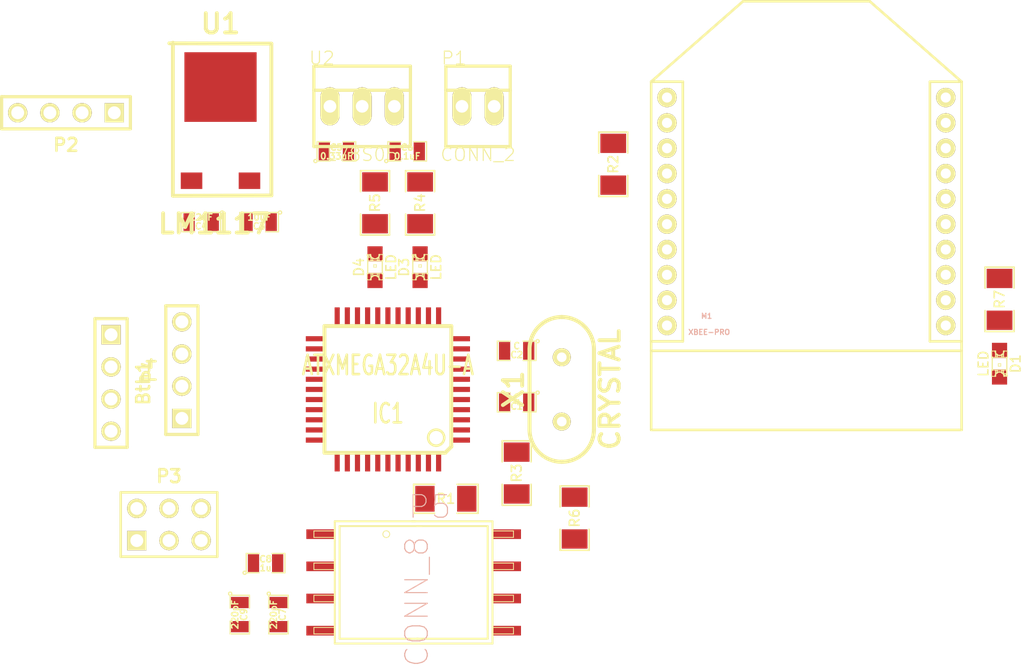
<source format=kicad_pcb>
(kicad_pcb (version 3) (host pcbnew "(2013-07-07 BZR 4022)-stable")

  (general
    (links 76)
    (no_connects 76)
    (area 0 0 0 0)
    (thickness 1.6)
    (drawings 0)
    (tracks 0)
    (zones 0)
    (modules 30)
    (nets 29)
  )

  (page A3)
  (layers
    (15 F.Cu signal)
    (0 B.Cu signal)
    (16 B.Adhes user)
    (17 F.Adhes user)
    (18 B.Paste user)
    (19 F.Paste user)
    (20 B.SilkS user)
    (21 F.SilkS user)
    (22 B.Mask user)
    (23 F.Mask user)
    (24 Dwgs.User user)
    (25 Cmts.User user)
    (26 Eco1.User user)
    (27 Eco2.User user)
    (28 Edge.Cuts user)
  )

  (setup
    (last_trace_width 0.254)
    (trace_clearance 0.254)
    (zone_clearance 0.508)
    (zone_45_only no)
    (trace_min 0.254)
    (segment_width 0.2)
    (edge_width 0.1)
    (via_size 0.889)
    (via_drill 0.635)
    (via_min_size 0.889)
    (via_min_drill 0.508)
    (uvia_size 0.508)
    (uvia_drill 0.127)
    (uvias_allowed no)
    (uvia_min_size 0.508)
    (uvia_min_drill 0.127)
    (pcb_text_width 0.3)
    (pcb_text_size 1.5 1.5)
    (mod_edge_width 0.15)
    (mod_text_size 1 1)
    (mod_text_width 0.15)
    (pad_size 0.762 2.46126)
    (pad_drill 0)
    (pad_to_mask_clearance 0)
    (aux_axis_origin 0 0)
    (visible_elements FFFFFFBF)
    (pcbplotparams
      (layerselection 3178497)
      (usegerberextensions true)
      (excludeedgelayer true)
      (linewidth 0.150000)
      (plotframeref false)
      (viasonmask false)
      (mode 1)
      (useauxorigin false)
      (hpglpennumber 1)
      (hpglpenspeed 20)
      (hpglpendiameter 15)
      (hpglpenoverlay 2)
      (psnegative false)
      (psa4output false)
      (plotreference true)
      (plotvalue true)
      (plotothertext true)
      (plotinvisibletext false)
      (padsonsilk false)
      (subtractmaskfromsilk false)
      (outputformat 1)
      (mirror false)
      (drillshape 1)
      (scaleselection 1)
      (outputdirectory ""))
  )

  (net 0 "")
  (net 1 +5V)
  (net 2 /IGN_0)
  (net 3 /IGN_1)
  (net 4 /IGN_2)
  (net 5 /IN_PRESION)
  (net 6 /MISO)
  (net 7 /MOSI)
  (net 8 /RST)
  (net 9 /RX0)
  (net 10 /RX1)
  (net 11 /SCL)
  (net 12 /SCLK)
  (net 13 /SDA)
  (net 14 /TX0)
  (net 15 /TX1)
  (net 16 GND)
  (net 17 N-0000010)
  (net 18 N-0000012)
  (net 19 N-0000018)
  (net 20 N-0000019)
  (net 21 N-0000020)
  (net 22 N-0000021)
  (net 23 N-0000025)
  (net 24 N-0000026)
  (net 25 N-0000045)
  (net 26 N-0000046)
  (net 27 N-0000047)
  (net 28 VCC)

  (net_class Default "This is the default net class."
    (clearance 0.254)
    (trace_width 0.254)
    (via_dia 0.889)
    (via_drill 0.635)
    (uvia_dia 0.508)
    (uvia_drill 0.127)
    (add_net "")
    (add_net +5V)
    (add_net /IGN_0)
    (add_net /IGN_1)
    (add_net /IGN_2)
    (add_net /IN_PRESION)
    (add_net /MISO)
    (add_net /MOSI)
    (add_net /RST)
    (add_net /RX0)
    (add_net /RX1)
    (add_net /SCL)
    (add_net /SCLK)
    (add_net /SDA)
    (add_net /TX0)
    (add_net /TX1)
    (add_net GND)
    (add_net N-0000010)
    (add_net N-0000012)
    (add_net N-0000018)
    (add_net N-0000019)
    (add_net N-0000020)
    (add_net N-0000021)
    (add_net N-0000025)
    (add_net N-0000026)
    (add_net N-0000045)
    (add_net N-0000046)
    (add_net N-0000047)
    (add_net VCC)
  )

  (module SparkFun-SO08-GW (layer F.Cu) (tedit 538AB079) (tstamp 538AB001)
    (at 209.804 136.144 270)
    (descr "SMALL OUTLINE PACKAGE, GULL WING")
    (tags "SMALL OUTLINE PACKAGE, GULL WING")
    (path /538A1558)
    (attr smd)
    (fp_text reference P5 (at -5.969 -1.27 360) (layer B.SilkS)
      (effects (font (size 1.778 1.778) (thickness 0.0889)))
    )
    (fp_text value CONN_8 (at 1.524 -0.254 270) (layer B.SilkS)
      (effects (font (size 1.778 1.778) (thickness 0.0889)))
    )
    (fp_line (start 4.826 6.223) (end 4.826 5.969) (layer F.SilkS) (width 0.15))
    (fp_line (start -4.826 -0.127) (end -4.826 6.223) (layer F.SilkS) (width 0.15))
    (fp_line (start -4.445 5.842) (end -4.445 -0.635) (layer F.SilkS) (width 0.15))
    (fp_line (start 4.445 -0.381) (end 4.445 5.842) (layer F.SilkS) (width 0.15))
    (fp_line (start 4.826 6.096) (end 4.826 -0.254) (layer F.SilkS) (width 0.15))
    (fp_line (start -4.064 7.874) (end -3.556 7.874) (layer F.SilkS) (width 0.06604))
    (fp_line (start -3.556 7.874) (end -3.556 6.223) (layer F.SilkS) (width 0.06604))
    (fp_line (start -4.064 6.223) (end -3.556 6.223) (layer F.SilkS) (width 0.06604))
    (fp_line (start -4.064 7.874) (end -4.064 6.223) (layer F.SilkS) (width 0.06604))
    (fp_line (start -1.524 7.874) (end -1.016 7.874) (layer F.SilkS) (width 0.06604))
    (fp_line (start -1.016 7.874) (end -1.016 6.223) (layer F.SilkS) (width 0.06604))
    (fp_line (start -1.524 6.223) (end -1.016 6.223) (layer F.SilkS) (width 0.06604))
    (fp_line (start -1.524 7.874) (end -1.524 6.223) (layer F.SilkS) (width 0.06604))
    (fp_line (start 1.016 7.874) (end 1.524 7.874) (layer F.SilkS) (width 0.06604))
    (fp_line (start 1.524 7.874) (end 1.524 6.223) (layer F.SilkS) (width 0.06604))
    (fp_line (start 1.016 6.223) (end 1.524 6.223) (layer F.SilkS) (width 0.06604))
    (fp_line (start 1.016 7.874) (end 1.016 6.223) (layer F.SilkS) (width 0.06604))
    (fp_line (start 3.556 7.874) (end 4.064 7.874) (layer F.SilkS) (width 0.06604))
    (fp_line (start 4.064 7.874) (end 4.064 6.223) (layer F.SilkS) (width 0.06604))
    (fp_line (start 3.556 6.223) (end 4.064 6.223) (layer F.SilkS) (width 0.06604))
    (fp_line (start 3.556 7.874) (end 3.556 6.223) (layer F.SilkS) (width 0.06604))
    (fp_line (start -4.064 -6.223) (end -3.556 -6.223) (layer F.SilkS) (width 0.06604))
    (fp_line (start -3.556 -6.223) (end -3.556 -7.874) (layer F.SilkS) (width 0.06604))
    (fp_line (start -4.064 -7.874) (end -3.556 -7.874) (layer F.SilkS) (width 0.06604))
    (fp_line (start -4.064 -6.223) (end -4.064 -7.874) (layer F.SilkS) (width 0.06604))
    (fp_line (start -1.524 -6.223) (end -1.016 -6.223) (layer F.SilkS) (width 0.06604))
    (fp_line (start -1.016 -6.223) (end -1.016 -7.874) (layer F.SilkS) (width 0.06604))
    (fp_line (start -1.524 -7.874) (end -1.016 -7.874) (layer F.SilkS) (width 0.06604))
    (fp_line (start -1.524 -6.223) (end -1.524 -7.874) (layer F.SilkS) (width 0.06604))
    (fp_line (start 1.016 -6.223) (end 1.524 -6.223) (layer F.SilkS) (width 0.06604))
    (fp_line (start 1.524 -6.223) (end 1.524 -7.874) (layer F.SilkS) (width 0.06604))
    (fp_line (start 1.016 -7.874) (end 1.524 -7.874) (layer F.SilkS) (width 0.06604))
    (fp_line (start 1.016 -6.223) (end 1.016 -7.874) (layer F.SilkS) (width 0.06604))
    (fp_line (start 3.556 -6.223) (end 4.064 -6.223) (layer F.SilkS) (width 0.06604))
    (fp_line (start 4.064 -6.223) (end 4.064 -7.874) (layer F.SilkS) (width 0.06604))
    (fp_line (start 3.556 -7.874) (end 4.064 -7.874) (layer F.SilkS) (width 0.06604))
    (fp_line (start 3.556 -6.223) (end 3.556 -7.874) (layer F.SilkS) (width 0.06604))
    (fp_line (start -4.318 6.223) (end -3.302 6.223) (layer F.SilkS) (width 0.1524))
    (fp_line (start 4.826 0.127) (end 4.826 -6.223) (layer F.SilkS) (width 0.1524))
    (fp_line (start -3.302 -6.223) (end -4.318 -6.223) (layer F.SilkS) (width 0.1524))
    (fp_line (start -4.826 -6.223) (end -4.826 0.127) (layer F.SilkS) (width 0.1524))
    (fp_line (start -4.445 -5.842) (end 4.445 -5.842) (layer F.SilkS) (width 0.1524))
    (fp_line (start 4.445 -5.842) (end 4.445 -0.254) (layer F.SilkS) (width 0.1524))
    (fp_line (start 4.445 5.842) (end -4.445 5.842) (layer F.SilkS) (width 0.1524))
    (fp_line (start -4.445 -0.254) (end -4.445 -5.842) (layer F.SilkS) (width 0.1524))
    (fp_line (start -4.318 -6.223) (end -4.826 -6.223) (layer F.SilkS) (width 0.1524))
    (fp_line (start -4.826 6.223) (end -4.318 6.223) (layer F.SilkS) (width 0.1524))
    (fp_line (start -3.302 6.223) (end -1.778 6.223) (layer F.SilkS) (width 0.1524))
    (fp_line (start -1.778 6.223) (end -0.762 6.223) (layer F.SilkS) (width 0.1524))
    (fp_line (start -0.762 6.223) (end 0.762 6.223) (layer F.SilkS) (width 0.1524))
    (fp_line (start 0.762 6.223) (end 1.778 6.223) (layer F.SilkS) (width 0.1524))
    (fp_line (start 1.778 6.223) (end 3.302 6.223) (layer F.SilkS) (width 0.1524))
    (fp_line (start 3.302 6.223) (end 4.318 6.223) (layer F.SilkS) (width 0.1524))
    (fp_line (start 4.318 6.223) (end 4.826 6.223) (layer F.SilkS) (width 0.1524))
    (fp_line (start -1.778 -6.223) (end -3.302 -6.223) (layer F.SilkS) (width 0.1524))
    (fp_line (start -0.762 -6.223) (end -1.778 -6.223) (layer F.SilkS) (width 0.1524))
    (fp_line (start 0.762 -6.223) (end -0.762 -6.223) (layer F.SilkS) (width 0.1524))
    (fp_line (start 1.778 -6.223) (end 0.762 -6.223) (layer F.SilkS) (width 0.1524))
    (fp_line (start 3.302 -6.223) (end 1.778 -6.223) (layer F.SilkS) (width 0.1524))
    (fp_line (start 4.318 -6.223) (end 3.302 -6.223) (layer F.SilkS) (width 0.1524))
    (fp_line (start 4.826 -6.223) (end 4.318 -6.223) (layer F.SilkS) (width 0.1524))
    (fp_circle (center -3.81 2.159) (end -4.0005 2.3495) (layer F.SilkS) (width 0.0762))
    (pad 1 smd rect (at -3.81 7.366 270) (size 0.762 2.20726)
      (layers F.Cu F.Paste F.Mask)
    )
    (pad 2 smd rect (at -1.27 7.366 270) (size 0.762 2.20726)
      (layers F.Cu F.Paste F.Mask)
      (net 1 +5V)
    )
    (pad 3 smd rect (at 1.27 7.366 270) (size 0.762 2.20726)
      (layers F.Cu F.Paste F.Mask)
      (net 16 GND)
    )
    (pad 4 smd rect (at 3.81 7.366 270) (size 0.762 2.20726)
      (layers F.Cu F.Paste F.Mask)
      (net 19 N-0000018)
    )
    (pad 5 smd rect (at 3.81 -7.366 270) (size 0.762 2.20726)
      (layers F.Cu F.Paste F.Mask)
    )
    (pad 6 smd rect (at 1.27 -7.366 270) (size 0.762 2.20726)
      (layers F.Cu F.Paste F.Mask)
    )
    (pad 7 smd rect (at -1.27 -7.366 270) (size 0.762 2.20726)
      (layers F.Cu F.Paste F.Mask)
    )
    (pad 8 smd rect (at -3.81 -7.366 270) (size 0.762 2.20726)
      (layers F.Cu F.Paste F.Mask)
    )
  )

  (module TQFP44 (layer F.Cu) (tedit 200000) (tstamp 538AAF88)
    (at 207.772 120.904 180)
    (path /53893801)
    (attr smd)
    (fp_text reference IC1 (at 0 -1.905 180) (layer F.SilkS)
      (effects (font (size 1.524 1.016) (thickness 0.2032)))
    )
    (fp_text value ATXMEGA32A4U-A (at 0 1.905 180) (layer F.SilkS)
      (effects (font (size 1.524 1.016) (thickness 0.2032)))
    )
    (fp_line (start 5.0038 -5.0038) (end 5.0038 5.0038) (layer F.SilkS) (width 0.3048))
    (fp_line (start 5.0038 5.0038) (end -5.0038 5.0038) (layer F.SilkS) (width 0.3048))
    (fp_line (start -5.0038 -4.5212) (end -5.0038 5.0038) (layer F.SilkS) (width 0.3048))
    (fp_line (start -4.5212 -5.0038) (end 5.0038 -5.0038) (layer F.SilkS) (width 0.3048))
    (fp_line (start -5.0038 -4.5212) (end -4.5212 -5.0038) (layer F.SilkS) (width 0.3048))
    (fp_circle (center -3.81 -3.81) (end -3.81 -3.175) (layer F.SilkS) (width 0.2032))
    (pad 39 smd rect (at 0 -5.715 180) (size 0.4064 1.524)
      (layers F.Cu F.Paste F.Mask)
      (net 28 VCC)
    )
    (pad 40 smd rect (at -0.8001 -5.715 180) (size 0.4064 1.524)
      (layers F.Cu F.Paste F.Mask)
      (net 28 VCC)
    )
    (pad 41 smd rect (at -1.6002 -5.715 180) (size 0.4064 1.524)
      (layers F.Cu F.Paste F.Mask)
      (net 5 /IN_PRESION)
    )
    (pad 42 smd rect (at -2.4003 -5.715 180) (size 0.4064 1.524)
      (layers F.Cu F.Paste F.Mask)
      (net 5 /IN_PRESION)
    )
    (pad 43 smd rect (at -3.2004 -5.715 180) (size 0.4064 1.524)
      (layers F.Cu F.Paste F.Mask)
    )
    (pad 44 smd rect (at -4.0005 -5.715 180) (size 0.4064 1.524)
      (layers F.Cu F.Paste F.Mask)
    )
    (pad 38 smd rect (at 0.8001 -5.715 180) (size 0.4064 1.524)
      (layers F.Cu F.Paste F.Mask)
      (net 16 GND)
    )
    (pad 37 smd rect (at 1.6002 -5.715 180) (size 0.4064 1.524)
      (layers F.Cu F.Paste F.Mask)
      (net 25 N-0000045)
    )
    (pad 36 smd rect (at 2.4003 -5.715 180) (size 0.4064 1.524)
      (layers F.Cu F.Paste F.Mask)
      (net 26 N-0000046)
    )
    (pad 35 smd rect (at 3.2004 -5.715 180) (size 0.4064 1.524)
      (layers F.Cu F.Paste F.Mask)
      (net 8 /RST)
    )
    (pad 34 smd rect (at 4.0005 -5.715 180) (size 0.4064 1.524)
      (layers F.Cu F.Paste F.Mask)
    )
    (pad 17 smd rect (at 0 5.715 180) (size 0.4064 1.524)
      (layers F.Cu F.Paste F.Mask)
      (net 15 /TX1)
    )
    (pad 16 smd rect (at -0.8001 5.715 180) (size 0.4064 1.524)
      (layers F.Cu F.Paste F.Mask)
      (net 10 /RX1)
    )
    (pad 15 smd rect (at -1.6002 5.715 180) (size 0.4064 1.524)
      (layers F.Cu F.Paste F.Mask)
    )
    (pad 14 smd rect (at -2.4003 5.715 180) (size 0.4064 1.524)
      (layers F.Cu F.Paste F.Mask)
    )
    (pad 13 smd rect (at -3.2004 5.715 180) (size 0.4064 1.524)
      (layers F.Cu F.Paste F.Mask)
      (net 14 /TX0)
    )
    (pad 12 smd rect (at -4.0005 5.715 180) (size 0.4064 1.524)
      (layers F.Cu F.Paste F.Mask)
      (net 9 /RX0)
    )
    (pad 18 smd rect (at 0.8001 5.715 180) (size 0.4064 1.524)
      (layers F.Cu F.Paste F.Mask)
      (net 16 GND)
    )
    (pad 19 smd rect (at 1.6002 5.715 180) (size 0.4064 1.524)
      (layers F.Cu F.Paste F.Mask)
      (net 28 VCC)
    )
    (pad 20 smd rect (at 2.4003 5.715 180) (size 0.4064 1.524)
      (layers F.Cu F.Paste F.Mask)
      (net 2 /IGN_0)
    )
    (pad 21 smd rect (at 3.2004 5.715 180) (size 0.4064 1.524)
      (layers F.Cu F.Paste F.Mask)
      (net 3 /IGN_1)
    )
    (pad 22 smd rect (at 4.0005 5.715 180) (size 0.4064 1.524)
      (layers F.Cu F.Paste F.Mask)
      (net 4 /IGN_2)
    )
    (pad 6 smd rect (at -5.715 0 180) (size 1.524 0.4064)
      (layers F.Cu F.Paste F.Mask)
    )
    (pad 28 smd rect (at 5.715 0 180) (size 1.524 0.4064)
      (layers F.Cu F.Paste F.Mask)
    )
    (pad 7 smd rect (at -5.715 0.8001 180) (size 1.524 0.4064)
      (layers F.Cu F.Paste F.Mask)
    )
    (pad 27 smd rect (at 5.715 0.8001 180) (size 1.524 0.4064)
      (layers F.Cu F.Paste F.Mask)
      (net 12 /SCLK)
    )
    (pad 26 smd rect (at 5.715 1.6002 180) (size 1.524 0.4064)
      (layers F.Cu F.Paste F.Mask)
      (net 6 /MISO)
    )
    (pad 8 smd rect (at -5.715 1.6002 180) (size 1.524 0.4064)
      (layers F.Cu F.Paste F.Mask)
      (net 16 GND)
    )
    (pad 9 smd rect (at -5.715 2.4003 180) (size 1.524 0.4064)
      (layers F.Cu F.Paste F.Mask)
      (net 28 VCC)
    )
    (pad 25 smd rect (at 5.715 2.4003 180) (size 1.524 0.4064)
      (layers F.Cu F.Paste F.Mask)
      (net 7 /MOSI)
    )
    (pad 24 smd rect (at 5.715 3.2004 180) (size 1.524 0.4064)
      (layers F.Cu F.Paste F.Mask)
    )
    (pad 10 smd rect (at -5.715 3.2004 180) (size 1.524 0.4064)
      (layers F.Cu F.Paste F.Mask)
      (net 13 /SDA)
    )
    (pad 11 smd rect (at -5.715 4.0005 180) (size 1.524 0.4064)
      (layers F.Cu F.Paste F.Mask)
      (net 11 /SCL)
    )
    (pad 23 smd rect (at 5.715 4.0005 180) (size 1.524 0.4064)
      (layers F.Cu F.Paste F.Mask)
    )
    (pad 29 smd rect (at 5.715 -0.8001 180) (size 1.524 0.4064)
      (layers F.Cu F.Paste F.Mask)
    )
    (pad 5 smd rect (at -5.715 -0.8001 180) (size 1.524 0.4064)
      (layers F.Cu F.Paste F.Mask)
      (net 17 N-0000010)
    )
    (pad 4 smd rect (at -5.715 -1.6002 180) (size 1.524 0.4064)
      (layers F.Cu F.Paste F.Mask)
      (net 24 N-0000026)
    )
    (pad 30 smd rect (at 5.715 -1.6002 180) (size 1.524 0.4064)
      (layers F.Cu F.Paste F.Mask)
      (net 16 GND)
    )
    (pad 31 smd rect (at 5.715 -2.4003 180) (size 1.524 0.4064)
      (layers F.Cu F.Paste F.Mask)
      (net 28 VCC)
    )
    (pad 3 smd rect (at -5.715 -2.4003 180) (size 1.524 0.4064)
      (layers F.Cu F.Paste F.Mask)
    )
    (pad 2 smd rect (at -5.715 -3.2004 180) (size 1.524 0.4064)
      (layers F.Cu F.Paste F.Mask)
    )
    (pad 32 smd rect (at 5.715 -3.2004 180) (size 1.524 0.4064)
      (layers F.Cu F.Paste F.Mask)
    )
    (pad 33 smd rect (at 5.715 -4.0005 180) (size 1.524 0.4064)
      (layers F.Cu F.Paste F.Mask)
    )
    (pad 1 smd rect (at -5.715 -4.0005 180) (size 1.524 0.4064)
      (layers F.Cu F.Paste F.Mask)
    )
  )

  (module TO-252 (layer F.Cu) (tedit 509132AE) (tstamp 538AAF93)
    (at 194.564 97.028)
    (path /5389D5A6)
    (fp_text reference U1 (at 0 -5.00126) (layer F.SilkS)
      (effects (font (size 1.524 1.524) (thickness 0.3048)))
    )
    (fp_text value LM1117 (at -0.50038 10.80008) (layer F.SilkS)
      (effects (font (size 1.524 1.524) (thickness 0.3048)))
    )
    (fp_line (start -4.0386 -3.4544) (end 4.0132 -3.429) (layer F.SilkS) (width 0.29972))
    (fp_line (start 4.0132 -3.429) (end 4.0132 8.5598) (layer F.SilkS) (width 0.29972))
    (fp_line (start 4.0132 8.5598) (end -3.7592 8.5852) (layer F.SilkS) (width 0.29972))
    (fp_line (start -3.7592 8.5852) (end -3.7592 -3.5052) (layer F.SilkS) (width 0.29972))
    (pad 2 smd rect (at 0 0 90) (size 5.4991 5.69976)
      (layers F.Cu F.Paste F.Mask)
      (net 28 VCC)
    )
    (pad 1 smd rect (at -2.286 7.39902 90) (size 1.30048 1.69926)
      (layers F.Cu F.Paste F.Mask)
      (net 16 GND)
    )
    (pad 3 smd rect (at 2.286 7.39902 90) (size 1.30048 1.69926)
      (layers F.Cu F.Paste F.Mask)
      (net 27 N-0000047)
    )
  )

  (module SparkFun-XBEE-1 (layer F.Cu) (tedit 200000) (tstamp 538AAFBC)
    (at 240.792 117.856)
    (path /53893AFB)
    (attr virtual)
    (fp_text reference M1 (at -7.874 -2.7432) (layer B.SilkS)
      (effects (font (size 0.4064 0.4064) (thickness 0.0889)))
    )
    (fp_text value XBEE-PRO (at -7.6708 -1.4732) (layer B.SilkS)
      (effects (font (size 0.4064 0.4064) (thickness 0.0889)))
    )
    (fp_line (start -4.99872 -27.59964) (end 4.99872 -27.59964) (layer F.SilkS) (width 0.2032))
    (fp_line (start -12.24788 -21.24964) (end -4.99872 -27.59964) (layer F.SilkS) (width 0.2032))
    (fp_line (start 12.24788 -21.24964) (end 4.99872 -27.59964) (layer F.SilkS) (width 0.2032))
    (fp_line (start 9.74852 -21.24964) (end 12.24788 -21.24964) (layer F.SilkS) (width 0.2032))
    (fp_line (start 12.24788 -21.24964) (end 12.24788 -0.7493) (layer F.SilkS) (width 0.2032))
    (fp_line (start 12.24788 -0.7493) (end 9.74852 -0.7493) (layer F.SilkS) (width 0.2032))
    (fp_line (start 9.74852 -21.24964) (end 9.74852 -0.7493) (layer F.SilkS) (width 0.2032))
    (fp_line (start -9.74852 -21.24964) (end -12.24788 -21.24964) (layer F.SilkS) (width 0.2032))
    (fp_line (start -12.24788 -21.24964) (end -12.24788 -0.7493) (layer F.SilkS) (width 0.2032))
    (fp_line (start -12.24788 -0.7493) (end -9.74852 -0.7493) (layer F.SilkS) (width 0.2032))
    (fp_line (start -9.74852 -21.24964) (end -9.74852 -0.7493) (layer F.SilkS) (width 0.2032))
    (fp_line (start -12.24788 -0.7493) (end -12.24788 0) (layer F.SilkS) (width 0.2032))
    (fp_line (start 12.24788 -0.7493) (end 12.24788 0) (layer F.SilkS) (width 0.2032))
    (fp_line (start -12.24788 0) (end 12.24788 0) (layer F.SilkS) (width 0.2032))
    (fp_line (start 12.24788 0) (end 12.24788 6.2484) (layer F.SilkS) (width 0.2032))
    (fp_line (start -12.24788 0) (end -12.24788 6.2484) (layer F.SilkS) (width 0.2032))
    (fp_line (start -12.24788 6.2484) (end 12.24788 6.2484) (layer F.SilkS) (width 0.2032))
    (pad 1 thru_hole circle (at -10.9982 -19.99996) (size 1.524 1.524) (drill 0.79756)
      (layers *.Cu F.Paste F.SilkS F.Mask)
      (net 28 VCC)
    )
    (pad 2 thru_hole circle (at -10.9982 -17.99844) (size 1.524 1.524) (drill 0.79756)
      (layers *.Cu F.Paste F.SilkS F.Mask)
      (net 9 /RX0)
    )
    (pad 3 thru_hole circle (at -10.9982 -15.99946) (size 1.524 1.524) (drill 0.79756)
      (layers *.Cu F.Paste F.SilkS F.Mask)
      (net 14 /TX0)
    )
    (pad 4 thru_hole circle (at -10.9982 -13.99794) (size 1.524 1.524) (drill 0.79756)
      (layers *.Cu F.Paste F.SilkS F.Mask)
    )
    (pad 5 thru_hole circle (at -10.9982 -11.99896) (size 1.524 1.524) (drill 0.79756)
      (layers *.Cu F.Paste F.SilkS F.Mask)
      (net 20 N-0000019)
    )
    (pad 6 thru_hole circle (at -10.9982 -9.99998) (size 1.524 1.524) (drill 0.79756)
      (layers *.Cu F.Paste F.SilkS F.Mask)
    )
    (pad 7 thru_hole circle (at -10.9982 -7.99846) (size 1.524 1.524) (drill 0.79756)
      (layers *.Cu F.Paste F.SilkS F.Mask)
    )
    (pad 8 thru_hole circle (at -10.9982 -5.99948) (size 1.524 1.524) (drill 0.79756)
      (layers *.Cu F.Paste F.SilkS F.Mask)
    )
    (pad 9 thru_hole circle (at -10.9982 -3.99796) (size 1.524 1.524) (drill 0.79756)
      (layers *.Cu F.Paste F.SilkS F.Mask)
    )
    (pad 10 thru_hole circle (at -10.9982 -1.99898) (size 1.524 1.524) (drill 0.79756)
      (layers *.Cu F.Paste F.SilkS F.Mask)
      (net 16 GND)
    )
    (pad 11 thru_hole circle (at 10.9982 -1.99898) (size 1.524 1.524) (drill 0.79756)
      (layers *.Cu F.Paste F.SilkS F.Mask)
    )
    (pad 12 thru_hole circle (at 10.9982 -3.99796) (size 1.524 1.524) (drill 0.79756)
      (layers *.Cu F.Paste F.SilkS F.Mask)
    )
    (pad 13 thru_hole circle (at 10.9982 -5.99948) (size 1.524 1.524) (drill 0.79756)
      (layers *.Cu F.Paste F.SilkS F.Mask)
      (net 21 N-0000020)
    )
    (pad 14 thru_hole circle (at 10.9982 -7.99846) (size 1.524 1.524) (drill 0.79756)
      (layers *.Cu F.Paste F.SilkS F.Mask)
      (net 28 VCC)
    )
    (pad 15 thru_hole circle (at 10.9982 -9.99998) (size 1.524 1.524) (drill 0.79756)
      (layers *.Cu F.Paste F.SilkS F.Mask)
    )
    (pad 16 thru_hole circle (at 10.9982 -11.99896) (size 1.524 1.524) (drill 0.79756)
      (layers *.Cu F.Paste F.SilkS F.Mask)
    )
    (pad 17 thru_hole circle (at 10.9982 -13.99794) (size 1.524 1.524) (drill 0.79756)
      (layers *.Cu F.Paste F.SilkS F.Mask)
    )
    (pad 18 thru_hole circle (at 10.9982 -15.99946) (size 1.524 1.524) (drill 0.79756)
      (layers *.Cu F.Paste F.SilkS F.Mask)
    )
    (pad 19 thru_hole circle (at 10.9982 -17.99844) (size 1.524 1.524) (drill 0.79756)
      (layers *.Cu F.Paste F.SilkS F.Mask)
    )
    (pad 20 thru_hole circle (at 10.9982 -19.99996) (size 1.524 1.524) (drill 0.79756)
      (layers *.Cu F.Paste F.SilkS F.Mask)
    )
  )

  (module SM1206 (layer F.Cu) (tedit 42806E24) (tstamp 538AB00D)
    (at 225.552 103.124 90)
    (path /53893B77)
    (attr smd)
    (fp_text reference R2 (at 0 0 90) (layer F.SilkS)
      (effects (font (size 0.762 0.762) (thickness 0.127)))
    )
    (fp_text value R (at 0 0 90) (layer F.SilkS) hide
      (effects (font (size 0.762 0.762) (thickness 0.127)))
    )
    (fp_line (start -2.54 -1.143) (end -2.54 1.143) (layer F.SilkS) (width 0.127))
    (fp_line (start -2.54 1.143) (end -0.889 1.143) (layer F.SilkS) (width 0.127))
    (fp_line (start 0.889 -1.143) (end 2.54 -1.143) (layer F.SilkS) (width 0.127))
    (fp_line (start 2.54 -1.143) (end 2.54 1.143) (layer F.SilkS) (width 0.127))
    (fp_line (start 2.54 1.143) (end 0.889 1.143) (layer F.SilkS) (width 0.127))
    (fp_line (start -0.889 -1.143) (end -2.54 -1.143) (layer F.SilkS) (width 0.127))
    (pad 1 smd rect (at -1.651 0 90) (size 1.524 2.032)
      (layers F.Cu F.Paste F.Mask)
      (net 20 N-0000019)
    )
    (pad 2 smd rect (at 1.651 0 90) (size 1.524 2.032)
      (layers F.Cu F.Paste F.Mask)
      (net 28 VCC)
    )
    (model smd/chip_cms.wrl
      (at (xyz 0 0 0))
      (scale (xyz 0.17 0.16 0.16))
      (rotate (xyz 0 0 0))
    )
  )

  (module SM1206 (layer F.Cu) (tedit 42806E24) (tstamp 538AB019)
    (at 256.032 113.792 270)
    (path /53893C7B)
    (attr smd)
    (fp_text reference R7 (at 0 0 270) (layer F.SilkS)
      (effects (font (size 0.762 0.762) (thickness 0.127)))
    )
    (fp_text value R (at 0 0 270) (layer F.SilkS) hide
      (effects (font (size 0.762 0.762) (thickness 0.127)))
    )
    (fp_line (start -2.54 -1.143) (end -2.54 1.143) (layer F.SilkS) (width 0.127))
    (fp_line (start -2.54 1.143) (end -0.889 1.143) (layer F.SilkS) (width 0.127))
    (fp_line (start 0.889 -1.143) (end 2.54 -1.143) (layer F.SilkS) (width 0.127))
    (fp_line (start 2.54 -1.143) (end 2.54 1.143) (layer F.SilkS) (width 0.127))
    (fp_line (start 2.54 1.143) (end 0.889 1.143) (layer F.SilkS) (width 0.127))
    (fp_line (start -0.889 -1.143) (end -2.54 -1.143) (layer F.SilkS) (width 0.127))
    (pad 1 smd rect (at -1.651 0 270) (size 1.524 2.032)
      (layers F.Cu F.Paste F.Mask)
      (net 21 N-0000020)
    )
    (pad 2 smd rect (at 1.651 0 270) (size 1.524 2.032)
      (layers F.Cu F.Paste F.Mask)
      (net 22 N-0000021)
    )
    (model smd/chip_cms.wrl
      (at (xyz 0 0 0))
      (scale (xyz 0.17 0.16 0.16))
      (rotate (xyz 0 0 0))
    )
  )

  (module SM1206 (layer F.Cu) (tedit 42806E24) (tstamp 538AB025)
    (at 212.344 129.54)
    (path /507A4063)
    (attr smd)
    (fp_text reference R1 (at 0 0) (layer F.SilkS)
      (effects (font (size 0.762 0.762) (thickness 0.127)))
    )
    (fp_text value R (at 0 0) (layer F.SilkS) hide
      (effects (font (size 0.762 0.762) (thickness 0.127)))
    )
    (fp_line (start -2.54 -1.143) (end -2.54 1.143) (layer F.SilkS) (width 0.127))
    (fp_line (start -2.54 1.143) (end -0.889 1.143) (layer F.SilkS) (width 0.127))
    (fp_line (start 0.889 -1.143) (end 2.54 -1.143) (layer F.SilkS) (width 0.127))
    (fp_line (start 2.54 -1.143) (end 2.54 1.143) (layer F.SilkS) (width 0.127))
    (fp_line (start 2.54 1.143) (end 0.889 1.143) (layer F.SilkS) (width 0.127))
    (fp_line (start -0.889 -1.143) (end -2.54 -1.143) (layer F.SilkS) (width 0.127))
    (pad 1 smd rect (at -1.651 0) (size 1.524 2.032)
      (layers F.Cu F.Paste F.Mask)
      (net 28 VCC)
    )
    (pad 2 smd rect (at 1.651 0) (size 1.524 2.032)
      (layers F.Cu F.Paste F.Mask)
      (net 8 /RST)
    )
    (model smd/chip_cms.wrl
      (at (xyz 0 0 0))
      (scale (xyz 0.17 0.16 0.16))
      (rotate (xyz 0 0 0))
    )
  )

  (module SM1206 (layer F.Cu) (tedit 42806E24) (tstamp 538AB031)
    (at 222.504 131.064 270)
    (path /538A86B4)
    (attr smd)
    (fp_text reference R6 (at 0 0 270) (layer F.SilkS)
      (effects (font (size 0.762 0.762) (thickness 0.127)))
    )
    (fp_text value 500 (at 0 0 270) (layer F.SilkS) hide
      (effects (font (size 0.762 0.762) (thickness 0.127)))
    )
    (fp_line (start -2.54 -1.143) (end -2.54 1.143) (layer F.SilkS) (width 0.127))
    (fp_line (start -2.54 1.143) (end -0.889 1.143) (layer F.SilkS) (width 0.127))
    (fp_line (start 0.889 -1.143) (end 2.54 -1.143) (layer F.SilkS) (width 0.127))
    (fp_line (start 2.54 -1.143) (end 2.54 1.143) (layer F.SilkS) (width 0.127))
    (fp_line (start 2.54 1.143) (end 0.889 1.143) (layer F.SilkS) (width 0.127))
    (fp_line (start -0.889 -1.143) (end -2.54 -1.143) (layer F.SilkS) (width 0.127))
    (pad 1 smd rect (at -1.651 0 270) (size 1.524 2.032)
      (layers F.Cu F.Paste F.Mask)
      (net 5 /IN_PRESION)
    )
    (pad 2 smd rect (at 1.651 0 270) (size 1.524 2.032)
      (layers F.Cu F.Paste F.Mask)
      (net 19 N-0000018)
    )
    (model smd/chip_cms.wrl
      (at (xyz 0 0 0))
      (scale (xyz 0.17 0.16 0.16))
      (rotate (xyz 0 0 0))
    )
  )

  (module SM1206 (layer F.Cu) (tedit 42806E24) (tstamp 538AB03D)
    (at 217.932 127.508 270)
    (path /538A86C3)
    (attr smd)
    (fp_text reference R3 (at 0 0 270) (layer F.SilkS)
      (effects (font (size 0.762 0.762) (thickness 0.127)))
    )
    (fp_text value 1K (at 0 0 270) (layer F.SilkS) hide
      (effects (font (size 0.762 0.762) (thickness 0.127)))
    )
    (fp_line (start -2.54 -1.143) (end -2.54 1.143) (layer F.SilkS) (width 0.127))
    (fp_line (start -2.54 1.143) (end -0.889 1.143) (layer F.SilkS) (width 0.127))
    (fp_line (start 0.889 -1.143) (end 2.54 -1.143) (layer F.SilkS) (width 0.127))
    (fp_line (start 2.54 -1.143) (end 2.54 1.143) (layer F.SilkS) (width 0.127))
    (fp_line (start 2.54 1.143) (end 0.889 1.143) (layer F.SilkS) (width 0.127))
    (fp_line (start -0.889 -1.143) (end -2.54 -1.143) (layer F.SilkS) (width 0.127))
    (pad 1 smd rect (at -1.651 0 270) (size 1.524 2.032)
      (layers F.Cu F.Paste F.Mask)
      (net 5 /IN_PRESION)
    )
    (pad 2 smd rect (at 1.651 0 270) (size 1.524 2.032)
      (layers F.Cu F.Paste F.Mask)
      (net 16 GND)
    )
    (model smd/chip_cms.wrl
      (at (xyz 0 0 0))
      (scale (xyz 0.17 0.16 0.16))
      (rotate (xyz 0 0 0))
    )
  )

  (module SM1206 (layer F.Cu) (tedit 42806E24) (tstamp 538AB049)
    (at 210.312 106.172 270)
    (path /507A4156)
    (attr smd)
    (fp_text reference R4 (at 0 0 270) (layer F.SilkS)
      (effects (font (size 0.762 0.762) (thickness 0.127)))
    )
    (fp_text value R (at 0 0 270) (layer F.SilkS) hide
      (effects (font (size 0.762 0.762) (thickness 0.127)))
    )
    (fp_line (start -2.54 -1.143) (end -2.54 1.143) (layer F.SilkS) (width 0.127))
    (fp_line (start -2.54 1.143) (end -0.889 1.143) (layer F.SilkS) (width 0.127))
    (fp_line (start 0.889 -1.143) (end 2.54 -1.143) (layer F.SilkS) (width 0.127))
    (fp_line (start 2.54 -1.143) (end 2.54 1.143) (layer F.SilkS) (width 0.127))
    (fp_line (start 2.54 1.143) (end 0.889 1.143) (layer F.SilkS) (width 0.127))
    (fp_line (start -0.889 -1.143) (end -2.54 -1.143) (layer F.SilkS) (width 0.127))
    (pad 1 smd rect (at -1.651 0 270) (size 1.524 2.032)
      (layers F.Cu F.Paste F.Mask)
      (net 16 GND)
    )
    (pad 2 smd rect (at 1.651 0 270) (size 1.524 2.032)
      (layers F.Cu F.Paste F.Mask)
      (net 18 N-0000012)
    )
    (model smd/chip_cms.wrl
      (at (xyz 0 0 0))
      (scale (xyz 0.17 0.16 0.16))
      (rotate (xyz 0 0 0))
    )
  )

  (module SM1206 (layer F.Cu) (tedit 42806E24) (tstamp 538AB055)
    (at 206.756 106.172 270)
    (path /507A415F)
    (attr smd)
    (fp_text reference R5 (at 0 0 270) (layer F.SilkS)
      (effects (font (size 0.762 0.762) (thickness 0.127)))
    )
    (fp_text value R (at 0 0 270) (layer F.SilkS) hide
      (effects (font (size 0.762 0.762) (thickness 0.127)))
    )
    (fp_line (start -2.54 -1.143) (end -2.54 1.143) (layer F.SilkS) (width 0.127))
    (fp_line (start -2.54 1.143) (end -0.889 1.143) (layer F.SilkS) (width 0.127))
    (fp_line (start 0.889 -1.143) (end 2.54 -1.143) (layer F.SilkS) (width 0.127))
    (fp_line (start 2.54 -1.143) (end 2.54 1.143) (layer F.SilkS) (width 0.127))
    (fp_line (start 2.54 1.143) (end 0.889 1.143) (layer F.SilkS) (width 0.127))
    (fp_line (start -0.889 -1.143) (end -2.54 -1.143) (layer F.SilkS) (width 0.127))
    (pad 1 smd rect (at -1.651 0 270) (size 1.524 2.032)
      (layers F.Cu F.Paste F.Mask)
      (net 16 GND)
    )
    (pad 2 smd rect (at 1.651 0 270) (size 1.524 2.032)
      (layers F.Cu F.Paste F.Mask)
      (net 23 N-0000025)
    )
    (model smd/chip_cms.wrl
      (at (xyz 0 0 0))
      (scale (xyz 0.17 0.16 0.16))
      (rotate (xyz 0 0 0))
    )
  )

  (module SM0805 (layer F.Cu) (tedit 5091495C) (tstamp 538AB062)
    (at 217.932 121.92 180)
    (path /507A40D6)
    (attr smd)
    (fp_text reference C1 (at 0 -0.3175 180) (layer F.SilkS)
      (effects (font (size 0.50038 0.50038) (thickness 0.10922)))
    )
    (fp_text value C (at 0 0.381 180) (layer F.SilkS)
      (effects (font (size 0.50038 0.50038) (thickness 0.10922)))
    )
    (fp_circle (center -1.651 0.762) (end -1.651 0.635) (layer F.SilkS) (width 0.09906))
    (fp_line (start -0.508 0.762) (end -1.524 0.762) (layer F.SilkS) (width 0.09906))
    (fp_line (start -1.524 0.762) (end -1.524 -0.762) (layer F.SilkS) (width 0.09906))
    (fp_line (start -1.524 -0.762) (end -0.508 -0.762) (layer F.SilkS) (width 0.09906))
    (fp_line (start 0.508 -0.762) (end 1.524 -0.762) (layer F.SilkS) (width 0.09906))
    (fp_line (start 1.524 -0.762) (end 1.524 0.762) (layer F.SilkS) (width 0.09906))
    (fp_line (start 1.524 0.762) (end 0.508 0.762) (layer F.SilkS) (width 0.09906))
    (pad 1 smd rect (at -0.9525 0 180) (size 0.889 1.397)
      (layers F.Cu F.Paste F.Mask)
      (net 26 N-0000046)
    )
    (pad 2 smd rect (at 0.9525 0 180) (size 0.889 1.397)
      (layers F.Cu F.Paste F.Mask)
      (net 16 GND)
    )
    (model smd/chip_cms.wrl
      (at (xyz 0 0 0))
      (scale (xyz 0.1 0.1 0.1))
      (rotate (xyz 0 0 0))
    )
  )

  (module SM0805 (layer F.Cu) (tedit 5091495C) (tstamp 538AB06F)
    (at 217.932 117.856 180)
    (path /507A40DA)
    (attr smd)
    (fp_text reference C2 (at 0 -0.3175 180) (layer F.SilkS)
      (effects (font (size 0.50038 0.50038) (thickness 0.10922)))
    )
    (fp_text value C (at 0 0.381 180) (layer F.SilkS)
      (effects (font (size 0.50038 0.50038) (thickness 0.10922)))
    )
    (fp_circle (center -1.651 0.762) (end -1.651 0.635) (layer F.SilkS) (width 0.09906))
    (fp_line (start -0.508 0.762) (end -1.524 0.762) (layer F.SilkS) (width 0.09906))
    (fp_line (start -1.524 0.762) (end -1.524 -0.762) (layer F.SilkS) (width 0.09906))
    (fp_line (start -1.524 -0.762) (end -0.508 -0.762) (layer F.SilkS) (width 0.09906))
    (fp_line (start 0.508 -0.762) (end 1.524 -0.762) (layer F.SilkS) (width 0.09906))
    (fp_line (start 1.524 -0.762) (end 1.524 0.762) (layer F.SilkS) (width 0.09906))
    (fp_line (start 1.524 0.762) (end 0.508 0.762) (layer F.SilkS) (width 0.09906))
    (pad 1 smd rect (at -0.9525 0 180) (size 0.889 1.397)
      (layers F.Cu F.Paste F.Mask)
      (net 25 N-0000045)
    )
    (pad 2 smd rect (at 0.9525 0 180) (size 0.889 1.397)
      (layers F.Cu F.Paste F.Mask)
      (net 16 GND)
    )
    (model smd/chip_cms.wrl
      (at (xyz 0 0 0))
      (scale (xyz 0.1 0.1 0.1))
      (rotate (xyz 0 0 0))
    )
  )

  (module SM0805 (layer F.Cu) (tedit 5091495C) (tstamp 538AB07C)
    (at 198.12 134.62)
    (path /538A15D8)
    (attr smd)
    (fp_text reference C8 (at 0 -0.3175) (layer F.SilkS)
      (effects (font (size 0.50038 0.50038) (thickness 0.10922)))
    )
    (fp_text value 1u (at 0 0.381) (layer F.SilkS)
      (effects (font (size 0.50038 0.50038) (thickness 0.10922)))
    )
    (fp_circle (center -1.651 0.762) (end -1.651 0.635) (layer F.SilkS) (width 0.09906))
    (fp_line (start -0.508 0.762) (end -1.524 0.762) (layer F.SilkS) (width 0.09906))
    (fp_line (start -1.524 0.762) (end -1.524 -0.762) (layer F.SilkS) (width 0.09906))
    (fp_line (start -1.524 -0.762) (end -0.508 -0.762) (layer F.SilkS) (width 0.09906))
    (fp_line (start 0.508 -0.762) (end 1.524 -0.762) (layer F.SilkS) (width 0.09906))
    (fp_line (start 1.524 -0.762) (end 1.524 0.762) (layer F.SilkS) (width 0.09906))
    (fp_line (start 1.524 0.762) (end 0.508 0.762) (layer F.SilkS) (width 0.09906))
    (pad 1 smd rect (at -0.9525 0) (size 0.889 1.397)
      (layers F.Cu F.Paste F.Mask)
      (net 16 GND)
    )
    (pad 2 smd rect (at 0.9525 0) (size 0.889 1.397)
      (layers F.Cu F.Paste F.Mask)
      (net 1 +5V)
    )
    (model smd/chip_cms.wrl
      (at (xyz 0 0 0))
      (scale (xyz 0.1 0.1 0.1))
      (rotate (xyz 0 0 0))
    )
  )

  (module SM0805 (layer F.Cu) (tedit 5091495C) (tstamp 538AB089)
    (at 196.088 138.684 270)
    (path /538A8FB5)
    (attr smd)
    (fp_text reference C9 (at 0 -0.3175 270) (layer F.SilkS)
      (effects (font (size 0.50038 0.50038) (thickness 0.10922)))
    )
    (fp_text value 220pF (at 0 0.381 270) (layer F.SilkS)
      (effects (font (size 0.50038 0.50038) (thickness 0.10922)))
    )
    (fp_circle (center -1.651 0.762) (end -1.651 0.635) (layer F.SilkS) (width 0.09906))
    (fp_line (start -0.508 0.762) (end -1.524 0.762) (layer F.SilkS) (width 0.09906))
    (fp_line (start -1.524 0.762) (end -1.524 -0.762) (layer F.SilkS) (width 0.09906))
    (fp_line (start -1.524 -0.762) (end -0.508 -0.762) (layer F.SilkS) (width 0.09906))
    (fp_line (start 0.508 -0.762) (end 1.524 -0.762) (layer F.SilkS) (width 0.09906))
    (fp_line (start 1.524 -0.762) (end 1.524 0.762) (layer F.SilkS) (width 0.09906))
    (fp_line (start 1.524 0.762) (end 0.508 0.762) (layer F.SilkS) (width 0.09906))
    (pad 1 smd rect (at -0.9525 0 270) (size 0.889 1.397)
      (layers F.Cu F.Paste F.Mask)
      (net 16 GND)
    )
    (pad 2 smd rect (at 0.9525 0 270) (size 0.889 1.397)
      (layers F.Cu F.Paste F.Mask)
      (net 19 N-0000018)
    )
    (model smd/chip_cms.wrl
      (at (xyz 0 0 0))
      (scale (xyz 0.1 0.1 0.1))
      (rotate (xyz 0 0 0))
    )
  )

  (module SM0805 (layer F.Cu) (tedit 5091495C) (tstamp 538AB096)
    (at 199.136 138.684 270)
    (path /538A1605)
    (attr smd)
    (fp_text reference C7 (at 0 -0.3175 270) (layer F.SilkS)
      (effects (font (size 0.50038 0.50038) (thickness 0.10922)))
    )
    (fp_text value 220pF (at 0 0.381 270) (layer F.SilkS)
      (effects (font (size 0.50038 0.50038) (thickness 0.10922)))
    )
    (fp_circle (center -1.651 0.762) (end -1.651 0.635) (layer F.SilkS) (width 0.09906))
    (fp_line (start -0.508 0.762) (end -1.524 0.762) (layer F.SilkS) (width 0.09906))
    (fp_line (start -1.524 0.762) (end -1.524 -0.762) (layer F.SilkS) (width 0.09906))
    (fp_line (start -1.524 -0.762) (end -0.508 -0.762) (layer F.SilkS) (width 0.09906))
    (fp_line (start 0.508 -0.762) (end 1.524 -0.762) (layer F.SilkS) (width 0.09906))
    (fp_line (start 1.524 -0.762) (end 1.524 0.762) (layer F.SilkS) (width 0.09906))
    (fp_line (start 1.524 0.762) (end 0.508 0.762) (layer F.SilkS) (width 0.09906))
    (pad 1 smd rect (at -0.9525 0 270) (size 0.889 1.397)
      (layers F.Cu F.Paste F.Mask)
      (net 16 GND)
    )
    (pad 2 smd rect (at 0.9525 0 270) (size 0.889 1.397)
      (layers F.Cu F.Paste F.Mask)
      (net 19 N-0000018)
    )
    (model smd/chip_cms.wrl
      (at (xyz 0 0 0))
      (scale (xyz 0.1 0.1 0.1))
      (rotate (xyz 0 0 0))
    )
  )

  (module SM0805 (layer F.Cu) (tedit 5091495C) (tstamp 538AB0A3)
    (at 197.612 107.696 180)
    (path /5389D864)
    (attr smd)
    (fp_text reference C3 (at 0 -0.3175 180) (layer F.SilkS)
      (effects (font (size 0.50038 0.50038) (thickness 0.10922)))
    )
    (fp_text value 10uF (at 0 0.381 180) (layer F.SilkS)
      (effects (font (size 0.50038 0.50038) (thickness 0.10922)))
    )
    (fp_circle (center -1.651 0.762) (end -1.651 0.635) (layer F.SilkS) (width 0.09906))
    (fp_line (start -0.508 0.762) (end -1.524 0.762) (layer F.SilkS) (width 0.09906))
    (fp_line (start -1.524 0.762) (end -1.524 -0.762) (layer F.SilkS) (width 0.09906))
    (fp_line (start -1.524 -0.762) (end -0.508 -0.762) (layer F.SilkS) (width 0.09906))
    (fp_line (start 0.508 -0.762) (end 1.524 -0.762) (layer F.SilkS) (width 0.09906))
    (fp_line (start 1.524 -0.762) (end 1.524 0.762) (layer F.SilkS) (width 0.09906))
    (fp_line (start 1.524 0.762) (end 0.508 0.762) (layer F.SilkS) (width 0.09906))
    (pad 1 smd rect (at -0.9525 0 180) (size 0.889 1.397)
      (layers F.Cu F.Paste F.Mask)
      (net 27 N-0000047)
    )
    (pad 2 smd rect (at 0.9525 0 180) (size 0.889 1.397)
      (layers F.Cu F.Paste F.Mask)
      (net 16 GND)
    )
    (model smd/chip_cms.wrl
      (at (xyz 0 0 0))
      (scale (xyz 0.1 0.1 0.1))
      (rotate (xyz 0 0 0))
    )
  )

  (module SM0805 (layer F.Cu) (tedit 5091495C) (tstamp 538AB0B0)
    (at 193.04 107.696 180)
    (path /5389D873)
    (attr smd)
    (fp_text reference C4 (at 0 -0.3175 180) (layer F.SilkS)
      (effects (font (size 0.50038 0.50038) (thickness 0.10922)))
    )
    (fp_text value 22uF (at 0 0.381 180) (layer F.SilkS)
      (effects (font (size 0.50038 0.50038) (thickness 0.10922)))
    )
    (fp_circle (center -1.651 0.762) (end -1.651 0.635) (layer F.SilkS) (width 0.09906))
    (fp_line (start -0.508 0.762) (end -1.524 0.762) (layer F.SilkS) (width 0.09906))
    (fp_line (start -1.524 0.762) (end -1.524 -0.762) (layer F.SilkS) (width 0.09906))
    (fp_line (start -1.524 -0.762) (end -0.508 -0.762) (layer F.SilkS) (width 0.09906))
    (fp_line (start 0.508 -0.762) (end 1.524 -0.762) (layer F.SilkS) (width 0.09906))
    (fp_line (start 1.524 -0.762) (end 1.524 0.762) (layer F.SilkS) (width 0.09906))
    (fp_line (start 1.524 0.762) (end 0.508 0.762) (layer F.SilkS) (width 0.09906))
    (pad 1 smd rect (at -0.9525 0 180) (size 0.889 1.397)
      (layers F.Cu F.Paste F.Mask)
      (net 28 VCC)
    )
    (pad 2 smd rect (at 0.9525 0 180) (size 0.889 1.397)
      (layers F.Cu F.Paste F.Mask)
      (net 16 GND)
    )
    (model smd/chip_cms.wrl
      (at (xyz 0 0 0))
      (scale (xyz 0.1 0.1 0.1))
      (rotate (xyz 0 0 0))
    )
  )

  (module SM0805 (layer F.Cu) (tedit 5091495C) (tstamp 538AB0BD)
    (at 203.708 102.108)
    (path /5389E4DB)
    (attr smd)
    (fp_text reference C5 (at 0 -0.3175) (layer F.SilkS)
      (effects (font (size 0.50038 0.50038) (thickness 0.10922)))
    )
    (fp_text value 0.33uF (at 0 0.381) (layer F.SilkS)
      (effects (font (size 0.50038 0.50038) (thickness 0.10922)))
    )
    (fp_circle (center -1.651 0.762) (end -1.651 0.635) (layer F.SilkS) (width 0.09906))
    (fp_line (start -0.508 0.762) (end -1.524 0.762) (layer F.SilkS) (width 0.09906))
    (fp_line (start -1.524 0.762) (end -1.524 -0.762) (layer F.SilkS) (width 0.09906))
    (fp_line (start -1.524 -0.762) (end -0.508 -0.762) (layer F.SilkS) (width 0.09906))
    (fp_line (start 0.508 -0.762) (end 1.524 -0.762) (layer F.SilkS) (width 0.09906))
    (fp_line (start 1.524 -0.762) (end 1.524 0.762) (layer F.SilkS) (width 0.09906))
    (fp_line (start 1.524 0.762) (end 0.508 0.762) (layer F.SilkS) (width 0.09906))
    (pad 1 smd rect (at -0.9525 0) (size 0.889 1.397)
      (layers F.Cu F.Paste F.Mask)
      (net 27 N-0000047)
    )
    (pad 2 smd rect (at 0.9525 0) (size 0.889 1.397)
      (layers F.Cu F.Paste F.Mask)
      (net 16 GND)
    )
    (model smd/chip_cms.wrl
      (at (xyz 0 0 0))
      (scale (xyz 0.1 0.1 0.1))
      (rotate (xyz 0 0 0))
    )
  )

  (module SM0805 (layer F.Cu) (tedit 5091495C) (tstamp 538AB0CA)
    (at 209.296 102.108)
    (path /5389E4EA)
    (attr smd)
    (fp_text reference C6 (at 0 -0.3175) (layer F.SilkS)
      (effects (font (size 0.50038 0.50038) (thickness 0.10922)))
    )
    (fp_text value 0.1uF (at 0 0.381) (layer F.SilkS)
      (effects (font (size 0.50038 0.50038) (thickness 0.10922)))
    )
    (fp_circle (center -1.651 0.762) (end -1.651 0.635) (layer F.SilkS) (width 0.09906))
    (fp_line (start -0.508 0.762) (end -1.524 0.762) (layer F.SilkS) (width 0.09906))
    (fp_line (start -1.524 0.762) (end -1.524 -0.762) (layer F.SilkS) (width 0.09906))
    (fp_line (start -1.524 -0.762) (end -0.508 -0.762) (layer F.SilkS) (width 0.09906))
    (fp_line (start 0.508 -0.762) (end 1.524 -0.762) (layer F.SilkS) (width 0.09906))
    (fp_line (start 1.524 -0.762) (end 1.524 0.762) (layer F.SilkS) (width 0.09906))
    (fp_line (start 1.524 0.762) (end 0.508 0.762) (layer F.SilkS) (width 0.09906))
    (pad 1 smd rect (at -0.9525 0) (size 0.889 1.397)
      (layers F.Cu F.Paste F.Mask)
      (net 1 +5V)
    )
    (pad 2 smd rect (at 0.9525 0) (size 0.889 1.397)
      (layers F.Cu F.Paste F.Mask)
      (net 16 GND)
    )
    (model smd/chip_cms.wrl
      (at (xyz 0 0 0))
      (scale (xyz 0.1 0.1 0.1))
      (rotate (xyz 0 0 0))
    )
  )

  (module PINHEAD1-3 (layer F.Cu) (tedit 4C5EDE92) (tstamp 538AB0D6)
    (at 205.74 98.552)
    (path /5389E4CC)
    (attr virtual)
    (fp_text reference U2 (at -3.175 -3.81) (layer F.SilkS)
      (effects (font (size 1.016 1.016) (thickness 0.0889)))
    )
    (fp_text value L78S05 (at 0 3.81) (layer F.SilkS)
      (effects (font (size 1.016 1.016) (thickness 0.0889)))
    )
    (fp_line (start -3.81 -3.175) (end -3.81 3.175) (layer F.SilkS) (width 0.254))
    (fp_line (start 3.81 -3.175) (end 3.81 3.175) (layer F.SilkS) (width 0.254))
    (fp_line (start 3.81 -1.27) (end -3.81 -1.27) (layer F.SilkS) (width 0.254))
    (fp_line (start -3.81 -3.175) (end 3.81 -3.175) (layer F.SilkS) (width 0.254))
    (fp_line (start 3.81 3.175) (end -3.81 3.175) (layer F.SilkS) (width 0.254))
    (pad 1 thru_hole oval (at -2.54 0) (size 1.50622 3.01498) (drill 0.99822)
      (layers *.Cu F.Paste F.SilkS F.Mask)
      (net 27 N-0000047)
    )
    (pad 2 thru_hole oval (at 0 0) (size 1.50622 3.01498) (drill 0.99822)
      (layers *.Cu F.Paste F.SilkS F.Mask)
      (net 16 GND)
    )
    (pad 3 thru_hole oval (at 2.54 0) (size 1.50622 3.01498) (drill 0.99822)
      (layers *.Cu F.Paste F.SilkS F.Mask)
      (net 1 +5V)
    )
  )

  (module PINHEAD1-2 (layer F.Cu) (tedit 4C5EDFB2) (tstamp 538AB0E1)
    (at 214.884 98.552)
    (path /5389D5C2)
    (attr virtual)
    (fp_text reference P1 (at -1.905 -3.81) (layer F.SilkS)
      (effects (font (size 1.016 1.016) (thickness 0.0889)))
    )
    (fp_text value CONN_2 (at 0 3.81) (layer F.SilkS)
      (effects (font (size 1.016 1.016) (thickness 0.0889)))
    )
    (fp_line (start 2.54 -1.27) (end -2.54 -1.27) (layer F.SilkS) (width 0.254))
    (fp_line (start 2.54 3.175) (end -2.54 3.175) (layer F.SilkS) (width 0.254))
    (fp_line (start -2.54 -3.175) (end 2.54 -3.175) (layer F.SilkS) (width 0.254))
    (fp_line (start -2.54 -3.175) (end -2.54 3.175) (layer F.SilkS) (width 0.254))
    (fp_line (start 2.54 -3.175) (end 2.54 3.175) (layer F.SilkS) (width 0.254))
    (pad 1 thru_hole oval (at -1.27 0) (size 1.50622 3.01498) (drill 0.99822)
      (layers *.Cu F.Paste F.SilkS F.Mask)
      (net 16 GND)
    )
    (pad 2 thru_hole oval (at 1.27 0) (size 1.50622 3.01498) (drill 0.99822)
      (layers *.Cu F.Paste F.SilkS F.Mask)
      (net 27 N-0000047)
    )
  )

  (module PIN_ARRAY_4x1 (layer F.Cu) (tedit 4C10F42E) (tstamp 538AB0ED)
    (at 182.372 99.06 180)
    (descr "Double rangee de contacts 2 x 5 pins")
    (tags CONN)
    (path /5389DA78)
    (fp_text reference P2 (at 0 -2.54 180) (layer F.SilkS)
      (effects (font (size 1.016 1.016) (thickness 0.2032)))
    )
    (fp_text value CONN_4 (at 0 2.54 180) (layer F.SilkS) hide
      (effects (font (size 1.016 1.016) (thickness 0.2032)))
    )
    (fp_line (start 5.08 1.27) (end -5.08 1.27) (layer F.SilkS) (width 0.254))
    (fp_line (start 5.08 -1.27) (end -5.08 -1.27) (layer F.SilkS) (width 0.254))
    (fp_line (start -5.08 -1.27) (end -5.08 1.27) (layer F.SilkS) (width 0.254))
    (fp_line (start 5.08 1.27) (end 5.08 -1.27) (layer F.SilkS) (width 0.254))
    (pad 1 thru_hole rect (at -3.81 0 180) (size 1.524 1.524) (drill 1.016)
      (layers *.Cu *.Mask F.SilkS)
      (net 16 GND)
    )
    (pad 2 thru_hole circle (at -1.27 0 180) (size 1.524 1.524) (drill 1.016)
      (layers *.Cu *.Mask F.SilkS)
      (net 2 /IGN_0)
    )
    (pad 3 thru_hole circle (at 1.27 0 180) (size 1.524 1.524) (drill 1.016)
      (layers *.Cu *.Mask F.SilkS)
      (net 3 /IGN_1)
    )
    (pad 4 thru_hole circle (at 3.81 0 180) (size 1.524 1.524) (drill 1.016)
      (layers *.Cu *.Mask F.SilkS)
      (net 4 /IGN_2)
    )
    (model pin_array\pins_array_4x1.wrl
      (at (xyz 0 0 0))
      (scale (xyz 1 1 1))
      (rotate (xyz 0 0 0))
    )
  )

  (module PIN_ARRAY_4x1 (layer F.Cu) (tedit 4C10F42E) (tstamp 538AB0F9)
    (at 191.516 119.38 90)
    (descr "Double rangee de contacts 2 x 5 pins")
    (tags CONN)
    (path /538AA31C)
    (fp_text reference P4 (at 0 -2.54 90) (layer F.SilkS)
      (effects (font (size 1.016 1.016) (thickness 0.2032)))
    )
    (fp_text value CONN_4 (at 0 2.54 90) (layer F.SilkS) hide
      (effects (font (size 1.016 1.016) (thickness 0.2032)))
    )
    (fp_line (start 5.08 1.27) (end -5.08 1.27) (layer F.SilkS) (width 0.254))
    (fp_line (start 5.08 -1.27) (end -5.08 -1.27) (layer F.SilkS) (width 0.254))
    (fp_line (start -5.08 -1.27) (end -5.08 1.27) (layer F.SilkS) (width 0.254))
    (fp_line (start 5.08 1.27) (end 5.08 -1.27) (layer F.SilkS) (width 0.254))
    (pad 1 thru_hole rect (at -3.81 0 90) (size 1.524 1.524) (drill 1.016)
      (layers *.Cu *.Mask F.SilkS)
      (net 28 VCC)
    )
    (pad 2 thru_hole circle (at -1.27 0 90) (size 1.524 1.524) (drill 1.016)
      (layers *.Cu *.Mask F.SilkS)
      (net 16 GND)
    )
    (pad 3 thru_hole circle (at 1.27 0 90) (size 1.524 1.524) (drill 1.016)
      (layers *.Cu *.Mask F.SilkS)
      (net 11 /SCL)
    )
    (pad 4 thru_hole circle (at 3.81 0 90) (size 1.524 1.524) (drill 1.016)
      (layers *.Cu *.Mask F.SilkS)
      (net 13 /SDA)
    )
    (model pin_array\pins_array_4x1.wrl
      (at (xyz 0 0 0))
      (scale (xyz 1 1 1))
      (rotate (xyz 0 0 0))
    )
  )

  (module PIN_ARRAY_4x1 (layer F.Cu) (tedit 4C10F42E) (tstamp 538AB105)
    (at 185.928 120.396 270)
    (descr "Double rangee de contacts 2 x 5 pins")
    (tags CONN)
    (path /5389CE64)
    (fp_text reference Bth1 (at 0 -2.54 270) (layer F.SilkS)
      (effects (font (size 1.016 1.016) (thickness 0.2032)))
    )
    (fp_text value CONN_4 (at 0 2.54 270) (layer F.SilkS) hide
      (effects (font (size 1.016 1.016) (thickness 0.2032)))
    )
    (fp_line (start 5.08 1.27) (end -5.08 1.27) (layer F.SilkS) (width 0.254))
    (fp_line (start 5.08 -1.27) (end -5.08 -1.27) (layer F.SilkS) (width 0.254))
    (fp_line (start -5.08 -1.27) (end -5.08 1.27) (layer F.SilkS) (width 0.254))
    (fp_line (start 5.08 1.27) (end 5.08 -1.27) (layer F.SilkS) (width 0.254))
    (pad 1 thru_hole rect (at -3.81 0 270) (size 1.524 1.524) (drill 1.016)
      (layers *.Cu *.Mask F.SilkS)
      (net 28 VCC)
    )
    (pad 2 thru_hole circle (at -1.27 0 270) (size 1.524 1.524) (drill 1.016)
      (layers *.Cu *.Mask F.SilkS)
      (net 16 GND)
    )
    (pad 3 thru_hole circle (at 1.27 0 270) (size 1.524 1.524) (drill 1.016)
      (layers *.Cu *.Mask F.SilkS)
      (net 10 /RX1)
    )
    (pad 4 thru_hole circle (at 3.81 0 270) (size 1.524 1.524) (drill 1.016)
      (layers *.Cu *.Mask F.SilkS)
      (net 15 /TX1)
    )
    (model pin_array\pins_array_4x1.wrl
      (at (xyz 0 0 0))
      (scale (xyz 1 1 1))
      (rotate (xyz 0 0 0))
    )
  )

  (module pin_array_3x2 (layer F.Cu) (tedit 42931587) (tstamp 538AB113)
    (at 190.5 131.572)
    (descr "Double rangee de contacts 2 x 4 pins")
    (tags CONN)
    (path /507DA05C)
    (fp_text reference P3 (at 0 -3.81) (layer F.SilkS)
      (effects (font (size 1.016 1.016) (thickness 0.2032)))
    )
    (fp_text value CONN_6 (at 0 3.81) (layer F.SilkS) hide
      (effects (font (size 1.016 1.016) (thickness 0.2032)))
    )
    (fp_line (start 3.81 2.54) (end -3.81 2.54) (layer F.SilkS) (width 0.2032))
    (fp_line (start -3.81 -2.54) (end 3.81 -2.54) (layer F.SilkS) (width 0.2032))
    (fp_line (start 3.81 -2.54) (end 3.81 2.54) (layer F.SilkS) (width 0.2032))
    (fp_line (start -3.81 2.54) (end -3.81 -2.54) (layer F.SilkS) (width 0.2032))
    (pad 1 thru_hole rect (at -2.54 1.27) (size 1.524 1.524) (drill 1.016)
      (layers *.Cu *.Mask F.SilkS)
      (net 7 /MOSI)
    )
    (pad 2 thru_hole circle (at -2.54 -1.27) (size 1.524 1.524) (drill 1.016)
      (layers *.Cu *.Mask F.SilkS)
      (net 28 VCC)
    )
    (pad 3 thru_hole circle (at 0 1.27) (size 1.524 1.524) (drill 1.016)
      (layers *.Cu *.Mask F.SilkS)
      (net 12 /SCLK)
    )
    (pad 4 thru_hole circle (at 0 -1.27) (size 1.524 1.524) (drill 1.016)
      (layers *.Cu *.Mask F.SilkS)
      (net 6 /MISO)
    )
    (pad 5 thru_hole circle (at 2.54 1.27) (size 1.524 1.524) (drill 1.016)
      (layers *.Cu *.Mask F.SilkS)
      (net 8 /RST)
    )
    (pad 6 thru_hole circle (at 2.54 -1.27) (size 1.524 1.524) (drill 1.016)
      (layers *.Cu *.Mask F.SilkS)
      (net 16 GND)
    )
    (model pin_array/pins_array_3x2.wrl
      (at (xyz 0 0 0))
      (scale (xyz 1 1 1))
      (rotate (xyz 0 0 0))
    )
  )

  (module LED-0805 (layer F.Cu) (tedit 49DC4C0B) (tstamp 538AB14E)
    (at 256.032 118.872 270)
    (descr "LED 0805 smd package")
    (tags "LED 0805 SMD")
    (path /53893C64)
    (attr smd)
    (fp_text reference D1 (at 0 -1.27 270) (layer F.SilkS)
      (effects (font (size 0.762 0.762) (thickness 0.127)))
    )
    (fp_text value LED (at 0 1.27 270) (layer F.SilkS)
      (effects (font (size 0.762 0.762) (thickness 0.127)))
    )
    (fp_line (start 0.49784 0.29972) (end 0.49784 0.62484) (layer F.SilkS) (width 0.06604))
    (fp_line (start 0.49784 0.62484) (end 0.99822 0.62484) (layer F.SilkS) (width 0.06604))
    (fp_line (start 0.99822 0.29972) (end 0.99822 0.62484) (layer F.SilkS) (width 0.06604))
    (fp_line (start 0.49784 0.29972) (end 0.99822 0.29972) (layer F.SilkS) (width 0.06604))
    (fp_line (start 0.49784 -0.32258) (end 0.49784 -0.17272) (layer F.SilkS) (width 0.06604))
    (fp_line (start 0.49784 -0.17272) (end 0.7493 -0.17272) (layer F.SilkS) (width 0.06604))
    (fp_line (start 0.7493 -0.32258) (end 0.7493 -0.17272) (layer F.SilkS) (width 0.06604))
    (fp_line (start 0.49784 -0.32258) (end 0.7493 -0.32258) (layer F.SilkS) (width 0.06604))
    (fp_line (start 0.49784 0.17272) (end 0.49784 0.32258) (layer F.SilkS) (width 0.06604))
    (fp_line (start 0.49784 0.32258) (end 0.7493 0.32258) (layer F.SilkS) (width 0.06604))
    (fp_line (start 0.7493 0.17272) (end 0.7493 0.32258) (layer F.SilkS) (width 0.06604))
    (fp_line (start 0.49784 0.17272) (end 0.7493 0.17272) (layer F.SilkS) (width 0.06604))
    (fp_line (start 0.49784 -0.19812) (end 0.49784 0.19812) (layer F.SilkS) (width 0.06604))
    (fp_line (start 0.49784 0.19812) (end 0.6731 0.19812) (layer F.SilkS) (width 0.06604))
    (fp_line (start 0.6731 -0.19812) (end 0.6731 0.19812) (layer F.SilkS) (width 0.06604))
    (fp_line (start 0.49784 -0.19812) (end 0.6731 -0.19812) (layer F.SilkS) (width 0.06604))
    (fp_line (start -0.99822 0.29972) (end -0.99822 0.62484) (layer F.SilkS) (width 0.06604))
    (fp_line (start -0.99822 0.62484) (end -0.49784 0.62484) (layer F.SilkS) (width 0.06604))
    (fp_line (start -0.49784 0.29972) (end -0.49784 0.62484) (layer F.SilkS) (width 0.06604))
    (fp_line (start -0.99822 0.29972) (end -0.49784 0.29972) (layer F.SilkS) (width 0.06604))
    (fp_line (start -0.99822 -0.62484) (end -0.99822 -0.29972) (layer F.SilkS) (width 0.06604))
    (fp_line (start -0.99822 -0.29972) (end -0.49784 -0.29972) (layer F.SilkS) (width 0.06604))
    (fp_line (start -0.49784 -0.62484) (end -0.49784 -0.29972) (layer F.SilkS) (width 0.06604))
    (fp_line (start -0.99822 -0.62484) (end -0.49784 -0.62484) (layer F.SilkS) (width 0.06604))
    (fp_line (start -0.7493 0.17272) (end -0.7493 0.32258) (layer F.SilkS) (width 0.06604))
    (fp_line (start -0.7493 0.32258) (end -0.49784 0.32258) (layer F.SilkS) (width 0.06604))
    (fp_line (start -0.49784 0.17272) (end -0.49784 0.32258) (layer F.SilkS) (width 0.06604))
    (fp_line (start -0.7493 0.17272) (end -0.49784 0.17272) (layer F.SilkS) (width 0.06604))
    (fp_line (start -0.7493 -0.32258) (end -0.7493 -0.17272) (layer F.SilkS) (width 0.06604))
    (fp_line (start -0.7493 -0.17272) (end -0.49784 -0.17272) (layer F.SilkS) (width 0.06604))
    (fp_line (start -0.49784 -0.32258) (end -0.49784 -0.17272) (layer F.SilkS) (width 0.06604))
    (fp_line (start -0.7493 -0.32258) (end -0.49784 -0.32258) (layer F.SilkS) (width 0.06604))
    (fp_line (start -0.6731 -0.19812) (end -0.6731 0.19812) (layer F.SilkS) (width 0.06604))
    (fp_line (start -0.6731 0.19812) (end -0.49784 0.19812) (layer F.SilkS) (width 0.06604))
    (fp_line (start -0.49784 -0.19812) (end -0.49784 0.19812) (layer F.SilkS) (width 0.06604))
    (fp_line (start -0.6731 -0.19812) (end -0.49784 -0.19812) (layer F.SilkS) (width 0.06604))
    (fp_line (start 0 -0.09906) (end 0 0.09906) (layer F.SilkS) (width 0.06604))
    (fp_line (start 0 0.09906) (end 0.19812 0.09906) (layer F.SilkS) (width 0.06604))
    (fp_line (start 0.19812 -0.09906) (end 0.19812 0.09906) (layer F.SilkS) (width 0.06604))
    (fp_line (start 0 -0.09906) (end 0.19812 -0.09906) (layer F.SilkS) (width 0.06604))
    (fp_line (start 0.49784 -0.59944) (end 0.49784 -0.29972) (layer F.SilkS) (width 0.06604))
    (fp_line (start 0.49784 -0.29972) (end 0.79756 -0.29972) (layer F.SilkS) (width 0.06604))
    (fp_line (start 0.79756 -0.59944) (end 0.79756 -0.29972) (layer F.SilkS) (width 0.06604))
    (fp_line (start 0.49784 -0.59944) (end 0.79756 -0.59944) (layer F.SilkS) (width 0.06604))
    (fp_line (start 0.92456 -0.62484) (end 0.92456 -0.39878) (layer F.SilkS) (width 0.06604))
    (fp_line (start 0.92456 -0.39878) (end 0.99822 -0.39878) (layer F.SilkS) (width 0.06604))
    (fp_line (start 0.99822 -0.62484) (end 0.99822 -0.39878) (layer F.SilkS) (width 0.06604))
    (fp_line (start 0.92456 -0.62484) (end 0.99822 -0.62484) (layer F.SilkS) (width 0.06604))
    (fp_line (start 0.52324 0.57404) (end -0.52324 0.57404) (layer F.SilkS) (width 0.1016))
    (fp_line (start -0.49784 -0.57404) (end 0.92456 -0.57404) (layer F.SilkS) (width 0.1016))
    (fp_circle (center 0.84836 -0.44958) (end 0.89916 -0.50038) (layer F.SilkS) (width 0.0508))
    (fp_arc (start 0.99822 0) (end 0.99822 0.34798) (angle 180) (layer F.SilkS) (width 0.1016))
    (fp_arc (start -0.99822 0) (end -0.99822 -0.34798) (angle 180) (layer F.SilkS) (width 0.1016))
    (pad 1 smd rect (at -1.04902 0 270) (size 1.19888 1.19888)
      (layers F.Cu F.Paste F.Mask)
      (net 22 N-0000021)
    )
    (pad 2 smd rect (at 1.04902 0 270) (size 1.19888 1.19888)
      (layers F.Cu F.Paste F.Mask)
      (net 16 GND)
    )
  )

  (module LED-0805 (layer F.Cu) (tedit 49DC4C0B) (tstamp 538AB189)
    (at 206.756 111.252 90)
    (descr "LED 0805 smd package")
    (tags "LED 0805 SMD")
    (path /507A4133)
    (attr smd)
    (fp_text reference D4 (at 0 -1.27 90) (layer F.SilkS)
      (effects (font (size 0.762 0.762) (thickness 0.127)))
    )
    (fp_text value LED (at 0 1.27 90) (layer F.SilkS)
      (effects (font (size 0.762 0.762) (thickness 0.127)))
    )
    (fp_line (start 0.49784 0.29972) (end 0.49784 0.62484) (layer F.SilkS) (width 0.06604))
    (fp_line (start 0.49784 0.62484) (end 0.99822 0.62484) (layer F.SilkS) (width 0.06604))
    (fp_line (start 0.99822 0.29972) (end 0.99822 0.62484) (layer F.SilkS) (width 0.06604))
    (fp_line (start 0.49784 0.29972) (end 0.99822 0.29972) (layer F.SilkS) (width 0.06604))
    (fp_line (start 0.49784 -0.32258) (end 0.49784 -0.17272) (layer F.SilkS) (width 0.06604))
    (fp_line (start 0.49784 -0.17272) (end 0.7493 -0.17272) (layer F.SilkS) (width 0.06604))
    (fp_line (start 0.7493 -0.32258) (end 0.7493 -0.17272) (layer F.SilkS) (width 0.06604))
    (fp_line (start 0.49784 -0.32258) (end 0.7493 -0.32258) (layer F.SilkS) (width 0.06604))
    (fp_line (start 0.49784 0.17272) (end 0.49784 0.32258) (layer F.SilkS) (width 0.06604))
    (fp_line (start 0.49784 0.32258) (end 0.7493 0.32258) (layer F.SilkS) (width 0.06604))
    (fp_line (start 0.7493 0.17272) (end 0.7493 0.32258) (layer F.SilkS) (width 0.06604))
    (fp_line (start 0.49784 0.17272) (end 0.7493 0.17272) (layer F.SilkS) (width 0.06604))
    (fp_line (start 0.49784 -0.19812) (end 0.49784 0.19812) (layer F.SilkS) (width 0.06604))
    (fp_line (start 0.49784 0.19812) (end 0.6731 0.19812) (layer F.SilkS) (width 0.06604))
    (fp_line (start 0.6731 -0.19812) (end 0.6731 0.19812) (layer F.SilkS) (width 0.06604))
    (fp_line (start 0.49784 -0.19812) (end 0.6731 -0.19812) (layer F.SilkS) (width 0.06604))
    (fp_line (start -0.99822 0.29972) (end -0.99822 0.62484) (layer F.SilkS) (width 0.06604))
    (fp_line (start -0.99822 0.62484) (end -0.49784 0.62484) (layer F.SilkS) (width 0.06604))
    (fp_line (start -0.49784 0.29972) (end -0.49784 0.62484) (layer F.SilkS) (width 0.06604))
    (fp_line (start -0.99822 0.29972) (end -0.49784 0.29972) (layer F.SilkS) (width 0.06604))
    (fp_line (start -0.99822 -0.62484) (end -0.99822 -0.29972) (layer F.SilkS) (width 0.06604))
    (fp_line (start -0.99822 -0.29972) (end -0.49784 -0.29972) (layer F.SilkS) (width 0.06604))
    (fp_line (start -0.49784 -0.62484) (end -0.49784 -0.29972) (layer F.SilkS) (width 0.06604))
    (fp_line (start -0.99822 -0.62484) (end -0.49784 -0.62484) (layer F.SilkS) (width 0.06604))
    (fp_line (start -0.7493 0.17272) (end -0.7493 0.32258) (layer F.SilkS) (width 0.06604))
    (fp_line (start -0.7493 0.32258) (end -0.49784 0.32258) (layer F.SilkS) (width 0.06604))
    (fp_line (start -0.49784 0.17272) (end -0.49784 0.32258) (layer F.SilkS) (width 0.06604))
    (fp_line (start -0.7493 0.17272) (end -0.49784 0.17272) (layer F.SilkS) (width 0.06604))
    (fp_line (start -0.7493 -0.32258) (end -0.7493 -0.17272) (layer F.SilkS) (width 0.06604))
    (fp_line (start -0.7493 -0.17272) (end -0.49784 -0.17272) (layer F.SilkS) (width 0.06604))
    (fp_line (start -0.49784 -0.32258) (end -0.49784 -0.17272) (layer F.SilkS) (width 0.06604))
    (fp_line (start -0.7493 -0.32258) (end -0.49784 -0.32258) (layer F.SilkS) (width 0.06604))
    (fp_line (start -0.6731 -0.19812) (end -0.6731 0.19812) (layer F.SilkS) (width 0.06604))
    (fp_line (start -0.6731 0.19812) (end -0.49784 0.19812) (layer F.SilkS) (width 0.06604))
    (fp_line (start -0.49784 -0.19812) (end -0.49784 0.19812) (layer F.SilkS) (width 0.06604))
    (fp_line (start -0.6731 -0.19812) (end -0.49784 -0.19812) (layer F.SilkS) (width 0.06604))
    (fp_line (start 0 -0.09906) (end 0 0.09906) (layer F.SilkS) (width 0.06604))
    (fp_line (start 0 0.09906) (end 0.19812 0.09906) (layer F.SilkS) (width 0.06604))
    (fp_line (start 0.19812 -0.09906) (end 0.19812 0.09906) (layer F.SilkS) (width 0.06604))
    (fp_line (start 0 -0.09906) (end 0.19812 -0.09906) (layer F.SilkS) (width 0.06604))
    (fp_line (start 0.49784 -0.59944) (end 0.49784 -0.29972) (layer F.SilkS) (width 0.06604))
    (fp_line (start 0.49784 -0.29972) (end 0.79756 -0.29972) (layer F.SilkS) (width 0.06604))
    (fp_line (start 0.79756 -0.59944) (end 0.79756 -0.29972) (layer F.SilkS) (width 0.06604))
    (fp_line (start 0.49784 -0.59944) (end 0.79756 -0.59944) (layer F.SilkS) (width 0.06604))
    (fp_line (start 0.92456 -0.62484) (end 0.92456 -0.39878) (layer F.SilkS) (width 0.06604))
    (fp_line (start 0.92456 -0.39878) (end 0.99822 -0.39878) (layer F.SilkS) (width 0.06604))
    (fp_line (start 0.99822 -0.62484) (end 0.99822 -0.39878) (layer F.SilkS) (width 0.06604))
    (fp_line (start 0.92456 -0.62484) (end 0.99822 -0.62484) (layer F.SilkS) (width 0.06604))
    (fp_line (start 0.52324 0.57404) (end -0.52324 0.57404) (layer F.SilkS) (width 0.1016))
    (fp_line (start -0.49784 -0.57404) (end 0.92456 -0.57404) (layer F.SilkS) (width 0.1016))
    (fp_circle (center 0.84836 -0.44958) (end 0.89916 -0.50038) (layer F.SilkS) (width 0.0508))
    (fp_arc (start 0.99822 0) (end 0.99822 0.34798) (angle 180) (layer F.SilkS) (width 0.1016))
    (fp_arc (start -0.99822 0) (end -0.99822 -0.34798) (angle 180) (layer F.SilkS) (width 0.1016))
    (pad 1 smd rect (at -1.04902 0 90) (size 1.19888 1.19888)
      (layers F.Cu F.Paste F.Mask)
      (net 17 N-0000010)
    )
    (pad 2 smd rect (at 1.04902 0 90) (size 1.19888 1.19888)
      (layers F.Cu F.Paste F.Mask)
      (net 23 N-0000025)
    )
  )

  (module LED-0805 (layer F.Cu) (tedit 49DC4C0B) (tstamp 538AB1C4)
    (at 210.312 111.252 90)
    (descr "LED 0805 smd package")
    (tags "LED 0805 SMD")
    (path /507A4138)
    (attr smd)
    (fp_text reference D3 (at 0 -1.27 90) (layer F.SilkS)
      (effects (font (size 0.762 0.762) (thickness 0.127)))
    )
    (fp_text value LED (at 0 1.27 90) (layer F.SilkS)
      (effects (font (size 0.762 0.762) (thickness 0.127)))
    )
    (fp_line (start 0.49784 0.29972) (end 0.49784 0.62484) (layer F.SilkS) (width 0.06604))
    (fp_line (start 0.49784 0.62484) (end 0.99822 0.62484) (layer F.SilkS) (width 0.06604))
    (fp_line (start 0.99822 0.29972) (end 0.99822 0.62484) (layer F.SilkS) (width 0.06604))
    (fp_line (start 0.49784 0.29972) (end 0.99822 0.29972) (layer F.SilkS) (width 0.06604))
    (fp_line (start 0.49784 -0.32258) (end 0.49784 -0.17272) (layer F.SilkS) (width 0.06604))
    (fp_line (start 0.49784 -0.17272) (end 0.7493 -0.17272) (layer F.SilkS) (width 0.06604))
    (fp_line (start 0.7493 -0.32258) (end 0.7493 -0.17272) (layer F.SilkS) (width 0.06604))
    (fp_line (start 0.49784 -0.32258) (end 0.7493 -0.32258) (layer F.SilkS) (width 0.06604))
    (fp_line (start 0.49784 0.17272) (end 0.49784 0.32258) (layer F.SilkS) (width 0.06604))
    (fp_line (start 0.49784 0.32258) (end 0.7493 0.32258) (layer F.SilkS) (width 0.06604))
    (fp_line (start 0.7493 0.17272) (end 0.7493 0.32258) (layer F.SilkS) (width 0.06604))
    (fp_line (start 0.49784 0.17272) (end 0.7493 0.17272) (layer F.SilkS) (width 0.06604))
    (fp_line (start 0.49784 -0.19812) (end 0.49784 0.19812) (layer F.SilkS) (width 0.06604))
    (fp_line (start 0.49784 0.19812) (end 0.6731 0.19812) (layer F.SilkS) (width 0.06604))
    (fp_line (start 0.6731 -0.19812) (end 0.6731 0.19812) (layer F.SilkS) (width 0.06604))
    (fp_line (start 0.49784 -0.19812) (end 0.6731 -0.19812) (layer F.SilkS) (width 0.06604))
    (fp_line (start -0.99822 0.29972) (end -0.99822 0.62484) (layer F.SilkS) (width 0.06604))
    (fp_line (start -0.99822 0.62484) (end -0.49784 0.62484) (layer F.SilkS) (width 0.06604))
    (fp_line (start -0.49784 0.29972) (end -0.49784 0.62484) (layer F.SilkS) (width 0.06604))
    (fp_line (start -0.99822 0.29972) (end -0.49784 0.29972) (layer F.SilkS) (width 0.06604))
    (fp_line (start -0.99822 -0.62484) (end -0.99822 -0.29972) (layer F.SilkS) (width 0.06604))
    (fp_line (start -0.99822 -0.29972) (end -0.49784 -0.29972) (layer F.SilkS) (width 0.06604))
    (fp_line (start -0.49784 -0.62484) (end -0.49784 -0.29972) (layer F.SilkS) (width 0.06604))
    (fp_line (start -0.99822 -0.62484) (end -0.49784 -0.62484) (layer F.SilkS) (width 0.06604))
    (fp_line (start -0.7493 0.17272) (end -0.7493 0.32258) (layer F.SilkS) (width 0.06604))
    (fp_line (start -0.7493 0.32258) (end -0.49784 0.32258) (layer F.SilkS) (width 0.06604))
    (fp_line (start -0.49784 0.17272) (end -0.49784 0.32258) (layer F.SilkS) (width 0.06604))
    (fp_line (start -0.7493 0.17272) (end -0.49784 0.17272) (layer F.SilkS) (width 0.06604))
    (fp_line (start -0.7493 -0.32258) (end -0.7493 -0.17272) (layer F.SilkS) (width 0.06604))
    (fp_line (start -0.7493 -0.17272) (end -0.49784 -0.17272) (layer F.SilkS) (width 0.06604))
    (fp_line (start -0.49784 -0.32258) (end -0.49784 -0.17272) (layer F.SilkS) (width 0.06604))
    (fp_line (start -0.7493 -0.32258) (end -0.49784 -0.32258) (layer F.SilkS) (width 0.06604))
    (fp_line (start -0.6731 -0.19812) (end -0.6731 0.19812) (layer F.SilkS) (width 0.06604))
    (fp_line (start -0.6731 0.19812) (end -0.49784 0.19812) (layer F.SilkS) (width 0.06604))
    (fp_line (start -0.49784 -0.19812) (end -0.49784 0.19812) (layer F.SilkS) (width 0.06604))
    (fp_line (start -0.6731 -0.19812) (end -0.49784 -0.19812) (layer F.SilkS) (width 0.06604))
    (fp_line (start 0 -0.09906) (end 0 0.09906) (layer F.SilkS) (width 0.06604))
    (fp_line (start 0 0.09906) (end 0.19812 0.09906) (layer F.SilkS) (width 0.06604))
    (fp_line (start 0.19812 -0.09906) (end 0.19812 0.09906) (layer F.SilkS) (width 0.06604))
    (fp_line (start 0 -0.09906) (end 0.19812 -0.09906) (layer F.SilkS) (width 0.06604))
    (fp_line (start 0.49784 -0.59944) (end 0.49784 -0.29972) (layer F.SilkS) (width 0.06604))
    (fp_line (start 0.49784 -0.29972) (end 0.79756 -0.29972) (layer F.SilkS) (width 0.06604))
    (fp_line (start 0.79756 -0.59944) (end 0.79756 -0.29972) (layer F.SilkS) (width 0.06604))
    (fp_line (start 0.49784 -0.59944) (end 0.79756 -0.59944) (layer F.SilkS) (width 0.06604))
    (fp_line (start 0.92456 -0.62484) (end 0.92456 -0.39878) (layer F.SilkS) (width 0.06604))
    (fp_line (start 0.92456 -0.39878) (end 0.99822 -0.39878) (layer F.SilkS) (width 0.06604))
    (fp_line (start 0.99822 -0.62484) (end 0.99822 -0.39878) (layer F.SilkS) (width 0.06604))
    (fp_line (start 0.92456 -0.62484) (end 0.99822 -0.62484) (layer F.SilkS) (width 0.06604))
    (fp_line (start 0.52324 0.57404) (end -0.52324 0.57404) (layer F.SilkS) (width 0.1016))
    (fp_line (start -0.49784 -0.57404) (end 0.92456 -0.57404) (layer F.SilkS) (width 0.1016))
    (fp_circle (center 0.84836 -0.44958) (end 0.89916 -0.50038) (layer F.SilkS) (width 0.0508))
    (fp_arc (start 0.99822 0) (end 0.99822 0.34798) (angle 180) (layer F.SilkS) (width 0.1016))
    (fp_arc (start -0.99822 0) (end -0.99822 -0.34798) (angle 180) (layer F.SilkS) (width 0.1016))
    (pad 1 smd rect (at -1.04902 0 90) (size 1.19888 1.19888)
      (layers F.Cu F.Paste F.Mask)
      (net 24 N-0000026)
    )
    (pad 2 smd rect (at 1.04902 0 90) (size 1.19888 1.19888)
      (layers F.Cu F.Paste F.Mask)
      (net 18 N-0000012)
    )
  )

  (module HC-49V (layer F.Cu) (tedit 4C5EC450) (tstamp 538AB1D0)
    (at 221.488 120.904 90)
    (descr "Quartz boitier HC-49 Vertical")
    (tags "QUARTZ DEV")
    (path /507A40CB)
    (autoplace_cost180 10)
    (fp_text reference X1 (at 0 -3.81 90) (layer F.SilkS)
      (effects (font (size 1.524 1.524) (thickness 0.3048)))
    )
    (fp_text value CRYSTAL (at 0 3.81 90) (layer F.SilkS)
      (effects (font (size 1.524 1.524) (thickness 0.3048)))
    )
    (fp_line (start -3.175 2.54) (end 3.175 2.54) (layer F.SilkS) (width 0.3175))
    (fp_line (start -3.175 -2.54) (end 3.175 -2.54) (layer F.SilkS) (width 0.3175))
    (fp_arc (start 3.175 0) (end 3.175 -2.54) (angle 90) (layer F.SilkS) (width 0.3175))
    (fp_arc (start 3.175 0) (end 5.715 0) (angle 90) (layer F.SilkS) (width 0.3175))
    (fp_arc (start -3.175 0) (end -5.715 0) (angle 90) (layer F.SilkS) (width 0.3175))
    (fp_arc (start -3.175 0) (end -3.175 2.54) (angle 90) (layer F.SilkS) (width 0.3175))
    (pad 1 thru_hole circle (at -2.54 0 90) (size 1.4224 1.4224) (drill 0.762)
      (layers *.Cu *.Mask F.SilkS)
      (net 26 N-0000046)
    )
    (pad 2 thru_hole circle (at 2.54 0 90) (size 1.4224 1.4224) (drill 0.762)
      (layers *.Cu *.Mask F.SilkS)
      (net 25 N-0000045)
    )
    (model discret/xtal/crystal_hc18u_vertical.wrl
      (at (xyz 0 0 0))
      (scale (xyz 1 1 0.2))
      (rotate (xyz 0 0 0))
    )
  )

)

</source>
